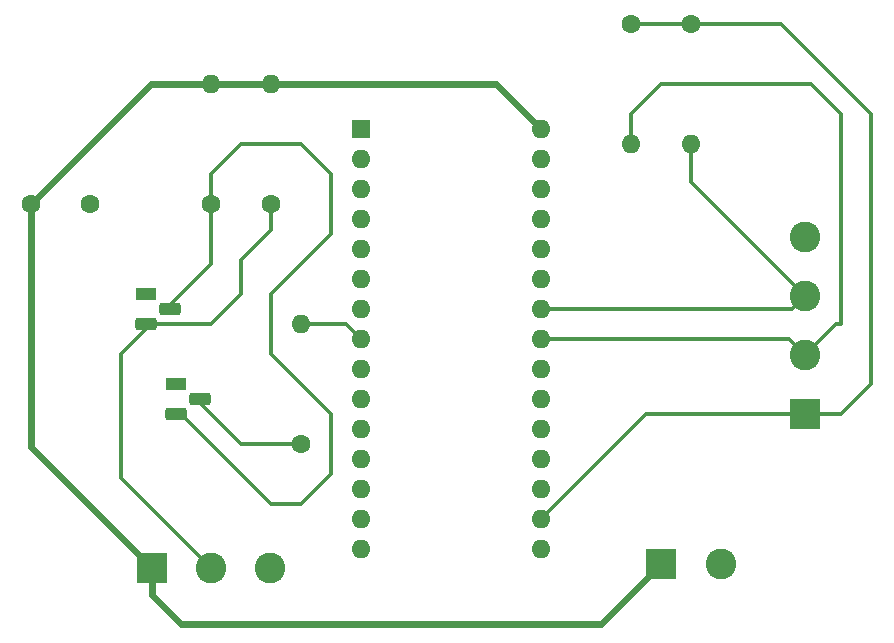
<source format=gbr>
%TF.GenerationSoftware,KiCad,Pcbnew,(6.0.5)*%
%TF.CreationDate,2022-07-13T22:10:15+01:00*%
%TF.ProjectId,WheelchairPCBKiCad,57686565-6c63-4686-9169-725043424b69,rev?*%
%TF.SameCoordinates,Original*%
%TF.FileFunction,Copper,L1,Top*%
%TF.FilePolarity,Positive*%
%FSLAX46Y46*%
G04 Gerber Fmt 4.6, Leading zero omitted, Abs format (unit mm)*
G04 Created by KiCad (PCBNEW (6.0.5)) date 2022-07-13 22:10:15*
%MOMM*%
%LPD*%
G01*
G04 APERTURE LIST*
G04 Aperture macros list*
%AMRoundRect*
0 Rectangle with rounded corners*
0 $1 Rounding radius*
0 $2 $3 $4 $5 $6 $7 $8 $9 X,Y pos of 4 corners*
0 Add a 4 corners polygon primitive as box body*
4,1,4,$2,$3,$4,$5,$6,$7,$8,$9,$2,$3,0*
0 Add four circle primitives for the rounded corners*
1,1,$1+$1,$2,$3*
1,1,$1+$1,$4,$5*
1,1,$1+$1,$6,$7*
1,1,$1+$1,$8,$9*
0 Add four rect primitives between the rounded corners*
20,1,$1+$1,$2,$3,$4,$5,0*
20,1,$1+$1,$4,$5,$6,$7,0*
20,1,$1+$1,$6,$7,$8,$9,0*
20,1,$1+$1,$8,$9,$2,$3,0*%
G04 Aperture macros list end*
%TA.AperFunction,ComponentPad*%
%ADD10C,1.600000*%
%TD*%
%TA.AperFunction,ComponentPad*%
%ADD11R,1.600000X1.600000*%
%TD*%
%TA.AperFunction,ComponentPad*%
%ADD12O,1.600000X1.600000*%
%TD*%
%TA.AperFunction,ComponentPad*%
%ADD13R,1.800000X1.100000*%
%TD*%
%TA.AperFunction,ComponentPad*%
%ADD14RoundRect,0.275000X-0.625000X0.275000X-0.625000X-0.275000X0.625000X-0.275000X0.625000X0.275000X0*%
%TD*%
%TA.AperFunction,ComponentPad*%
%ADD15R,2.600000X2.600000*%
%TD*%
%TA.AperFunction,ComponentPad*%
%ADD16C,2.600000*%
%TD*%
%TA.AperFunction,Conductor*%
%ADD17C,0.600000*%
%TD*%
%TA.AperFunction,Conductor*%
%ADD18C,0.300000*%
%TD*%
G04 APERTURE END LIST*
D10*
%TO.P,C1,1*%
%TO.N,+5V*%
X66040000Y-86360000D03*
%TO.P,C1,2*%
%TO.N,GND*%
X71040000Y-86360000D03*
%TD*%
D11*
%TO.P,A1,1,TX1*%
%TO.N,unconnected-(A1-Pad1)*%
X93990000Y-80010000D03*
D12*
%TO.P,A1,2,RX1*%
%TO.N,unconnected-(A1-Pad2)*%
X93990000Y-82550000D03*
%TO.P,A1,3,~{RESET}*%
%TO.N,unconnected-(A1-Pad3)*%
X93990000Y-85090000D03*
%TO.P,A1,4,GND*%
%TO.N,GND*%
X93990000Y-87630000D03*
%TO.P,A1,5,D2*%
%TO.N,unconnected-(A1-Pad5)*%
X93990000Y-90170000D03*
%TO.P,A1,6,D3*%
%TO.N,unconnected-(A1-Pad6)*%
X93990000Y-92710000D03*
%TO.P,A1,7,D4*%
%TO.N,unconnected-(A1-Pad7)*%
X93990000Y-95250000D03*
%TO.P,A1,8,D5*%
%TO.N,Buffer*%
X93990000Y-97790000D03*
%TO.P,A1,9,D6*%
%TO.N,unconnected-(A1-Pad9)*%
X93990000Y-100330000D03*
%TO.P,A1,10,D7*%
%TO.N,unconnected-(A1-Pad10)*%
X93990000Y-102870000D03*
%TO.P,A1,11,D8*%
%TO.N,unconnected-(A1-Pad11)*%
X93990000Y-105410000D03*
%TO.P,A1,12,D9*%
%TO.N,unconnected-(A1-Pad12)*%
X93990000Y-107950000D03*
%TO.P,A1,13,D10*%
%TO.N,unconnected-(A1-Pad13)*%
X93990000Y-110490000D03*
%TO.P,A1,14,MOSI*%
%TO.N,unconnected-(A1-Pad14)*%
X93990000Y-113030000D03*
%TO.P,A1,15,MISO*%
%TO.N,unconnected-(A1-Pad15)*%
X93990000Y-115570000D03*
%TO.P,A1,16,SCK*%
%TO.N,unconnected-(A1-Pad16)*%
X109230000Y-115570000D03*
%TO.P,A1,17,3V3*%
%TO.N,+3V3*%
X109230000Y-113030000D03*
%TO.P,A1,18,AREF*%
%TO.N,unconnected-(A1-Pad18)*%
X109230000Y-110490000D03*
%TO.P,A1,19,A0*%
%TO.N,unconnected-(A1-Pad19)*%
X109230000Y-107950000D03*
%TO.P,A1,20,A1*%
%TO.N,unconnected-(A1-Pad20)*%
X109230000Y-105410000D03*
%TO.P,A1,21,A2*%
%TO.N,unconnected-(A1-Pad21)*%
X109230000Y-102870000D03*
%TO.P,A1,22,A3*%
%TO.N,unconnected-(A1-Pad22)*%
X109230000Y-100330000D03*
%TO.P,A1,23,SDA/A4*%
%TO.N,Net-(J3-Pad2)*%
X109230000Y-97790000D03*
%TO.P,A1,24,SCL/A5*%
%TO.N,Net-(J3-Pad3)*%
X109230000Y-95250000D03*
%TO.P,A1,25,A6*%
%TO.N,unconnected-(A1-Pad25)*%
X109230000Y-92710000D03*
%TO.P,A1,26,A7*%
%TO.N,unconnected-(A1-Pad26)*%
X109230000Y-90170000D03*
%TO.P,A1,27,+5V*%
%TO.N,unconnected-(A1-Pad27)*%
X109230000Y-87630000D03*
%TO.P,A1,28,~{RESET}*%
%TO.N,unconnected-(A1-Pad28)*%
X109230000Y-85090000D03*
%TO.P,A1,29,GND*%
%TO.N,GND*%
X109230000Y-82550000D03*
%TO.P,A1,30,VIN*%
%TO.N,+5V*%
X109230000Y-80010000D03*
%TD*%
D13*
%TO.P,Q2,1,S*%
%TO.N,GND*%
X75800000Y-93980000D03*
D14*
%TO.P,Q2,2,G*%
%TO.N,Net-(R2-Pad1)*%
X77870000Y-95250000D03*
%TO.P,Q2,3,D*%
%TO.N,Net-(R3-Pad1)*%
X75800000Y-96520000D03*
%TD*%
D13*
%TO.P,Q1,1,S*%
%TO.N,GND*%
X78340000Y-101600000D03*
D14*
%TO.P,Q1,2,G*%
%TO.N,Net-(R1-Pad1)*%
X80410000Y-102870000D03*
%TO.P,Q1,3,D*%
%TO.N,Net-(R2-Pad1)*%
X78340000Y-104140000D03*
%TD*%
D10*
%TO.P,R5,1*%
%TO.N,+3V3*%
X121920000Y-71120000D03*
D12*
%TO.P,R5,2*%
%TO.N,Net-(J3-Pad3)*%
X121920000Y-81280000D03*
%TD*%
D10*
%TO.P,R4,1*%
%TO.N,+3V3*%
X116840000Y-71120000D03*
D12*
%TO.P,R4,2*%
%TO.N,Net-(J3-Pad2)*%
X116840000Y-81280000D03*
%TD*%
D10*
%TO.P,R3,1*%
%TO.N,Net-(R3-Pad1)*%
X86360000Y-86360000D03*
D12*
%TO.P,R3,2*%
%TO.N,+5V*%
X86360000Y-76200000D03*
%TD*%
D10*
%TO.P,R2,1*%
%TO.N,Net-(R2-Pad1)*%
X81280000Y-86360000D03*
D12*
%TO.P,R2,2*%
%TO.N,+5V*%
X81280000Y-76200000D03*
%TD*%
D10*
%TO.P,R1,1*%
%TO.N,Net-(R1-Pad1)*%
X88900000Y-106680000D03*
D12*
%TO.P,R1,2*%
%TO.N,Buffer*%
X88900000Y-96520000D03*
%TD*%
D15*
%TO.P,J2,1,Pin_1*%
%TO.N,+5V*%
X76280000Y-117145000D03*
D16*
%TO.P,J2,2,Pin_2*%
%TO.N,Net-(R3-Pad1)*%
X81280000Y-117145000D03*
%TO.P,J2,3,Pin_3*%
%TO.N,GND*%
X86280000Y-117145000D03*
%TD*%
D15*
%TO.P,J1,1,Pin_1*%
%TO.N,+5V*%
X119380000Y-116840000D03*
D16*
%TO.P,J1,2,Pin_2*%
%TO.N,GND*%
X124460000Y-116840000D03*
%TD*%
%TO.P,J3,4,Pin_4*%
%TO.N,GND*%
X131580000Y-89140000D03*
%TO.P,J3,3,Pin_3*%
%TO.N,Net-(J3-Pad3)*%
X131580000Y-94140000D03*
%TO.P,J3,2,Pin_2*%
%TO.N,Net-(J3-Pad2)*%
X131580000Y-99140000D03*
D15*
%TO.P,J3,1,Pin_1*%
%TO.N,+3V3*%
X131580000Y-104140000D03*
%TD*%
D17*
%TO.N,+5V*%
X66040000Y-106905000D02*
X66040000Y-86360000D01*
X76280000Y-117145000D02*
X66040000Y-106905000D01*
X81280000Y-76200000D02*
X76200000Y-76200000D01*
X76200000Y-76200000D02*
X66040000Y-86360000D01*
D18*
%TO.N,Net-(R2-Pad1)*%
X91440000Y-104140000D02*
X86360000Y-99060000D01*
X86360000Y-93980000D02*
X91440000Y-88900000D01*
X91440000Y-109220000D02*
X91440000Y-104140000D01*
X86360000Y-99060000D02*
X86360000Y-93980000D01*
X88900000Y-111760000D02*
X91440000Y-109220000D01*
X86360000Y-111760000D02*
X88900000Y-111760000D01*
X78740000Y-104140000D02*
X86360000Y-111760000D01*
%TO.N,Net-(R1-Pad1)*%
X83820000Y-106680000D02*
X88900000Y-106680000D01*
X80010000Y-102870000D02*
X83820000Y-106680000D01*
%TO.N,Buffer*%
X88900000Y-96520000D02*
X92720000Y-96520000D01*
X92720000Y-96520000D02*
X93990000Y-97790000D01*
%TO.N,Net-(R3-Pad1)*%
X81280000Y-96520000D02*
X76200000Y-96520000D01*
X83820000Y-93980000D02*
X81280000Y-96520000D01*
X83820000Y-91083204D02*
X83820000Y-93980000D01*
X86360000Y-88543204D02*
X83820000Y-91083204D01*
X86360000Y-86360000D02*
X86360000Y-88543204D01*
%TO.N,Net-(R2-Pad1)*%
X81280000Y-91440000D02*
X77470000Y-95250000D01*
X81280000Y-86360000D02*
X81280000Y-91440000D01*
%TO.N,Net-(R3-Pad1)*%
X73660000Y-99060000D02*
X73660000Y-109525000D01*
X73660000Y-109525000D02*
X81280000Y-117145000D01*
X76200000Y-96520000D02*
X73660000Y-99060000D01*
%TO.N,Net-(J3-Pad2)*%
X116840000Y-78740000D02*
X116840000Y-81280000D01*
X134620000Y-78740000D02*
X132080000Y-76200000D01*
X119380000Y-76200000D02*
X116840000Y-78740000D01*
X134620000Y-96520000D02*
X134620000Y-78740000D01*
X134200000Y-96520000D02*
X134620000Y-96520000D01*
X132080000Y-76200000D02*
X119380000Y-76200000D01*
X131580000Y-99140000D02*
X134200000Y-96520000D01*
%TO.N,Net-(J3-Pad3)*%
X121920000Y-84480000D02*
X131580000Y-94140000D01*
X121920000Y-81280000D02*
X121920000Y-84480000D01*
X130470000Y-95250000D02*
X131580000Y-94140000D01*
X109230000Y-95250000D02*
X130470000Y-95250000D01*
%TO.N,Net-(J3-Pad2)*%
X130230000Y-97790000D02*
X131580000Y-99140000D01*
X109230000Y-97790000D02*
X130230000Y-97790000D01*
%TO.N,+3V3*%
X118120000Y-104140000D02*
X109230000Y-113030000D01*
X131580000Y-104140000D02*
X118120000Y-104140000D01*
X121920000Y-71120000D02*
X116840000Y-71120000D01*
X129540000Y-71120000D02*
X121920000Y-71120000D01*
X137160000Y-78740000D02*
X129540000Y-71120000D01*
X134620000Y-104140000D02*
X137160000Y-101600000D01*
X137160000Y-101600000D02*
X137160000Y-78740000D01*
X131580000Y-104140000D02*
X134620000Y-104140000D01*
%TO.N,Net-(R2-Pad1)*%
X83820000Y-81280000D02*
X81280000Y-83820000D01*
X88900000Y-81280000D02*
X83820000Y-81280000D01*
X91440000Y-83820000D02*
X88900000Y-81280000D01*
X81280000Y-83820000D02*
X81280000Y-86360000D01*
X91440000Y-88900000D02*
X91440000Y-83820000D01*
D17*
%TO.N,+5V*%
X86360000Y-76200000D02*
X81280000Y-76200000D01*
X105420000Y-76200000D02*
X86360000Y-76200000D01*
X109230000Y-80010000D02*
X105420000Y-76200000D01*
X114300000Y-121920000D02*
X119380000Y-116840000D01*
X78740000Y-121920000D02*
X114300000Y-121920000D01*
X76280000Y-119460000D02*
X78740000Y-121920000D01*
X76280000Y-117145000D02*
X76280000Y-119460000D01*
%TD*%
M02*

</source>
